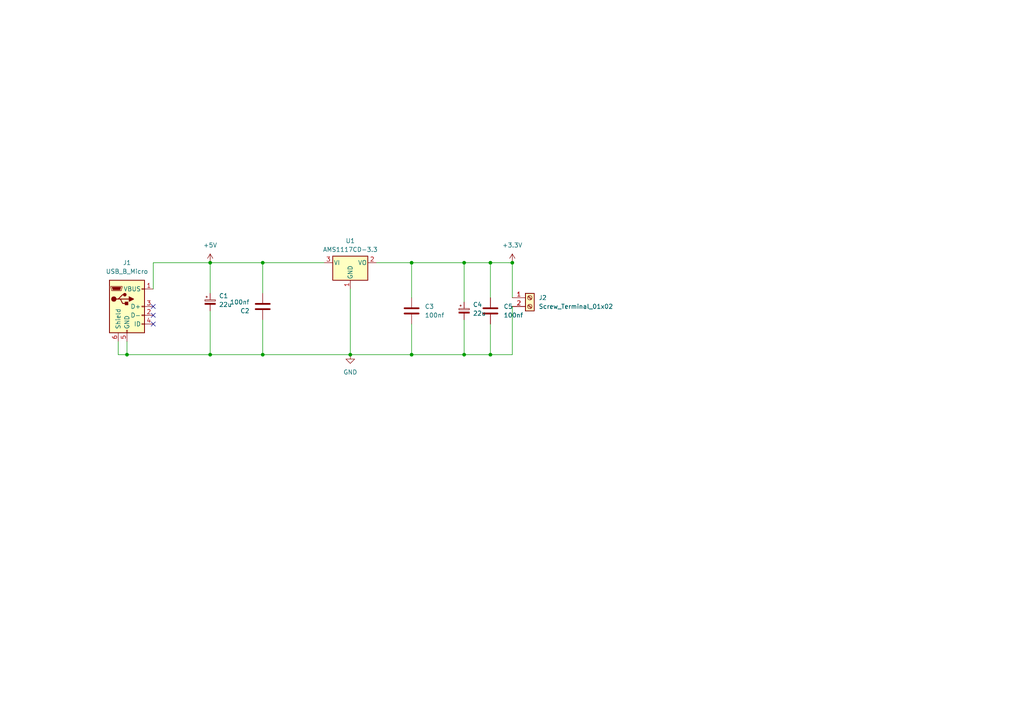
<source format=kicad_sch>
(kicad_sch
	(version 20231120)
	(generator "eeschema")
	(generator_version "8.0")
	(uuid "6f300bb3-c679-41db-8fe4-1f71a3f14406")
	(paper "A4")
	(lib_symbols
		(symbol "Connector:Screw_Terminal_01x02"
			(pin_names
				(offset 1.016) hide)
			(exclude_from_sim no)
			(in_bom yes)
			(on_board yes)
			(property "Reference" "J"
				(at 0 2.54 0)
				(effects
					(font
						(size 1.27 1.27)
					)
				)
			)
			(property "Value" "Screw_Terminal_01x02"
				(at 0 -5.08 0)
				(effects
					(font
						(size 1.27 1.27)
					)
				)
			)
			(property "Footprint" ""
				(at 0 0 0)
				(effects
					(font
						(size 1.27 1.27)
					)
					(hide yes)
				)
			)
			(property "Datasheet" "~"
				(at 0 0 0)
				(effects
					(font
						(size 1.27 1.27)
					)
					(hide yes)
				)
			)
			(property "Description" "Generic screw terminal, single row, 01x02, script generated (kicad-library-utils/schlib/autogen/connector/)"
				(at 0 0 0)
				(effects
					(font
						(size 1.27 1.27)
					)
					(hide yes)
				)
			)
			(property "ki_keywords" "screw terminal"
				(at 0 0 0)
				(effects
					(font
						(size 1.27 1.27)
					)
					(hide yes)
				)
			)
			(property "ki_fp_filters" "TerminalBlock*:*"
				(at 0 0 0)
				(effects
					(font
						(size 1.27 1.27)
					)
					(hide yes)
				)
			)
			(symbol "Screw_Terminal_01x02_1_1"
				(rectangle
					(start -1.27 1.27)
					(end 1.27 -3.81)
					(stroke
						(width 0.254)
						(type default)
					)
					(fill
						(type background)
					)
				)
				(circle
					(center 0 -2.54)
					(radius 0.635)
					(stroke
						(width 0.1524)
						(type default)
					)
					(fill
						(type none)
					)
				)
				(polyline
					(pts
						(xy -0.5334 -2.2098) (xy 0.3302 -3.048)
					)
					(stroke
						(width 0.1524)
						(type default)
					)
					(fill
						(type none)
					)
				)
				(polyline
					(pts
						(xy -0.5334 0.3302) (xy 0.3302 -0.508)
					)
					(stroke
						(width 0.1524)
						(type default)
					)
					(fill
						(type none)
					)
				)
				(polyline
					(pts
						(xy -0.3556 -2.032) (xy 0.508 -2.8702)
					)
					(stroke
						(width 0.1524)
						(type default)
					)
					(fill
						(type none)
					)
				)
				(polyline
					(pts
						(xy -0.3556 0.508) (xy 0.508 -0.3302)
					)
					(stroke
						(width 0.1524)
						(type default)
					)
					(fill
						(type none)
					)
				)
				(circle
					(center 0 0)
					(radius 0.635)
					(stroke
						(width 0.1524)
						(type default)
					)
					(fill
						(type none)
					)
				)
				(pin passive line
					(at -5.08 0 0)
					(length 3.81)
					(name "Pin_1"
						(effects
							(font
								(size 1.27 1.27)
							)
						)
					)
					(number "1"
						(effects
							(font
								(size 1.27 1.27)
							)
						)
					)
				)
				(pin passive line
					(at -5.08 -2.54 0)
					(length 3.81)
					(name "Pin_2"
						(effects
							(font
								(size 1.27 1.27)
							)
						)
					)
					(number "2"
						(effects
							(font
								(size 1.27 1.27)
							)
						)
					)
				)
			)
		)
		(symbol "Connector:USB_B_Micro"
			(pin_names
				(offset 1.016)
			)
			(exclude_from_sim no)
			(in_bom yes)
			(on_board yes)
			(property "Reference" "J"
				(at -5.08 11.43 0)
				(effects
					(font
						(size 1.27 1.27)
					)
					(justify left)
				)
			)
			(property "Value" "USB_B_Micro"
				(at -5.08 8.89 0)
				(effects
					(font
						(size 1.27 1.27)
					)
					(justify left)
				)
			)
			(property "Footprint" ""
				(at 3.81 -1.27 0)
				(effects
					(font
						(size 1.27 1.27)
					)
					(hide yes)
				)
			)
			(property "Datasheet" "~"
				(at 3.81 -1.27 0)
				(effects
					(font
						(size 1.27 1.27)
					)
					(hide yes)
				)
			)
			(property "Description" "USB Micro Type B connector"
				(at 0 0 0)
				(effects
					(font
						(size 1.27 1.27)
					)
					(hide yes)
				)
			)
			(property "ki_keywords" "connector USB micro"
				(at 0 0 0)
				(effects
					(font
						(size 1.27 1.27)
					)
					(hide yes)
				)
			)
			(property "ki_fp_filters" "USB*"
				(at 0 0 0)
				(effects
					(font
						(size 1.27 1.27)
					)
					(hide yes)
				)
			)
			(symbol "USB_B_Micro_0_1"
				(rectangle
					(start -5.08 -7.62)
					(end 5.08 7.62)
					(stroke
						(width 0.254)
						(type default)
					)
					(fill
						(type background)
					)
				)
				(circle
					(center -3.81 2.159)
					(radius 0.635)
					(stroke
						(width 0.254)
						(type default)
					)
					(fill
						(type outline)
					)
				)
				(circle
					(center -0.635 3.429)
					(radius 0.381)
					(stroke
						(width 0.254)
						(type default)
					)
					(fill
						(type outline)
					)
				)
				(rectangle
					(start -0.127 -7.62)
					(end 0.127 -6.858)
					(stroke
						(width 0)
						(type default)
					)
					(fill
						(type none)
					)
				)
				(polyline
					(pts
						(xy -1.905 2.159) (xy 0.635 2.159)
					)
					(stroke
						(width 0.254)
						(type default)
					)
					(fill
						(type none)
					)
				)
				(polyline
					(pts
						(xy -3.175 2.159) (xy -2.54 2.159) (xy -1.27 3.429) (xy -0.635 3.429)
					)
					(stroke
						(width 0.254)
						(type default)
					)
					(fill
						(type none)
					)
				)
				(polyline
					(pts
						(xy -2.54 2.159) (xy -1.905 2.159) (xy -1.27 0.889) (xy 0 0.889)
					)
					(stroke
						(width 0.254)
						(type default)
					)
					(fill
						(type none)
					)
				)
				(polyline
					(pts
						(xy 0.635 2.794) (xy 0.635 1.524) (xy 1.905 2.159) (xy 0.635 2.794)
					)
					(stroke
						(width 0.254)
						(type default)
					)
					(fill
						(type outline)
					)
				)
				(polyline
					(pts
						(xy -4.318 5.588) (xy -1.778 5.588) (xy -2.032 4.826) (xy -4.064 4.826) (xy -4.318 5.588)
					)
					(stroke
						(width 0)
						(type default)
					)
					(fill
						(type outline)
					)
				)
				(polyline
					(pts
						(xy -4.699 5.842) (xy -4.699 5.588) (xy -4.445 4.826) (xy -4.445 4.572) (xy -1.651 4.572) (xy -1.651 4.826)
						(xy -1.397 5.588) (xy -1.397 5.842) (xy -4.699 5.842)
					)
					(stroke
						(width 0)
						(type default)
					)
					(fill
						(type none)
					)
				)
				(rectangle
					(start 0.254 1.27)
					(end -0.508 0.508)
					(stroke
						(width 0.254)
						(type default)
					)
					(fill
						(type outline)
					)
				)
				(rectangle
					(start 5.08 -5.207)
					(end 4.318 -4.953)
					(stroke
						(width 0)
						(type default)
					)
					(fill
						(type none)
					)
				)
				(rectangle
					(start 5.08 -2.667)
					(end 4.318 -2.413)
					(stroke
						(width 0)
						(type default)
					)
					(fill
						(type none)
					)
				)
				(rectangle
					(start 5.08 -0.127)
					(end 4.318 0.127)
					(stroke
						(width 0)
						(type default)
					)
					(fill
						(type none)
					)
				)
				(rectangle
					(start 5.08 4.953)
					(end 4.318 5.207)
					(stroke
						(width 0)
						(type default)
					)
					(fill
						(type none)
					)
				)
			)
			(symbol "USB_B_Micro_1_1"
				(pin power_out line
					(at 7.62 5.08 180)
					(length 2.54)
					(name "VBUS"
						(effects
							(font
								(size 1.27 1.27)
							)
						)
					)
					(number "1"
						(effects
							(font
								(size 1.27 1.27)
							)
						)
					)
				)
				(pin bidirectional line
					(at 7.62 -2.54 180)
					(length 2.54)
					(name "D-"
						(effects
							(font
								(size 1.27 1.27)
							)
						)
					)
					(number "2"
						(effects
							(font
								(size 1.27 1.27)
							)
						)
					)
				)
				(pin bidirectional line
					(at 7.62 0 180)
					(length 2.54)
					(name "D+"
						(effects
							(font
								(size 1.27 1.27)
							)
						)
					)
					(number "3"
						(effects
							(font
								(size 1.27 1.27)
							)
						)
					)
				)
				(pin passive line
					(at 7.62 -5.08 180)
					(length 2.54)
					(name "ID"
						(effects
							(font
								(size 1.27 1.27)
							)
						)
					)
					(number "4"
						(effects
							(font
								(size 1.27 1.27)
							)
						)
					)
				)
				(pin power_out line
					(at 0 -10.16 90)
					(length 2.54)
					(name "GND"
						(effects
							(font
								(size 1.27 1.27)
							)
						)
					)
					(number "5"
						(effects
							(font
								(size 1.27 1.27)
							)
						)
					)
				)
				(pin passive line
					(at -2.54 -10.16 90)
					(length 2.54)
					(name "Shield"
						(effects
							(font
								(size 1.27 1.27)
							)
						)
					)
					(number "6"
						(effects
							(font
								(size 1.27 1.27)
							)
						)
					)
				)
			)
		)
		(symbol "Device:C"
			(pin_numbers hide)
			(pin_names
				(offset 0.254)
			)
			(exclude_from_sim no)
			(in_bom yes)
			(on_board yes)
			(property "Reference" "C"
				(at 0.635 2.54 0)
				(effects
					(font
						(size 1.27 1.27)
					)
					(justify left)
				)
			)
			(property "Value" "C"
				(at 0.635 -2.54 0)
				(effects
					(font
						(size 1.27 1.27)
					)
					(justify left)
				)
			)
			(property "Footprint" ""
				(at 0.9652 -3.81 0)
				(effects
					(font
						(size 1.27 1.27)
					)
					(hide yes)
				)
			)
			(property "Datasheet" "~"
				(at 0 0 0)
				(effects
					(font
						(size 1.27 1.27)
					)
					(hide yes)
				)
			)
			(property "Description" "Unpolarized capacitor"
				(at 0 0 0)
				(effects
					(font
						(size 1.27 1.27)
					)
					(hide yes)
				)
			)
			(property "ki_keywords" "cap capacitor"
				(at 0 0 0)
				(effects
					(font
						(size 1.27 1.27)
					)
					(hide yes)
				)
			)
			(property "ki_fp_filters" "C_*"
				(at 0 0 0)
				(effects
					(font
						(size 1.27 1.27)
					)
					(hide yes)
				)
			)
			(symbol "C_0_1"
				(polyline
					(pts
						(xy -2.032 -0.762) (xy 2.032 -0.762)
					)
					(stroke
						(width 0.508)
						(type default)
					)
					(fill
						(type none)
					)
				)
				(polyline
					(pts
						(xy -2.032 0.762) (xy 2.032 0.762)
					)
					(stroke
						(width 0.508)
						(type default)
					)
					(fill
						(type none)
					)
				)
			)
			(symbol "C_1_1"
				(pin passive line
					(at 0 3.81 270)
					(length 2.794)
					(name "~"
						(effects
							(font
								(size 1.27 1.27)
							)
						)
					)
					(number "1"
						(effects
							(font
								(size 1.27 1.27)
							)
						)
					)
				)
				(pin passive line
					(at 0 -3.81 90)
					(length 2.794)
					(name "~"
						(effects
							(font
								(size 1.27 1.27)
							)
						)
					)
					(number "2"
						(effects
							(font
								(size 1.27 1.27)
							)
						)
					)
				)
			)
		)
		(symbol "Device:C_Polarized_Small"
			(pin_numbers hide)
			(pin_names
				(offset 0.254) hide)
			(exclude_from_sim no)
			(in_bom yes)
			(on_board yes)
			(property "Reference" "C"
				(at 0.254 1.778 0)
				(effects
					(font
						(size 1.27 1.27)
					)
					(justify left)
				)
			)
			(property "Value" "C_Polarized_Small"
				(at 0.254 -2.032 0)
				(effects
					(font
						(size 1.27 1.27)
					)
					(justify left)
				)
			)
			(property "Footprint" ""
				(at 0 0 0)
				(effects
					(font
						(size 1.27 1.27)
					)
					(hide yes)
				)
			)
			(property "Datasheet" "~"
				(at 0 0 0)
				(effects
					(font
						(size 1.27 1.27)
					)
					(hide yes)
				)
			)
			(property "Description" "Polarized capacitor, small symbol"
				(at 0 0 0)
				(effects
					(font
						(size 1.27 1.27)
					)
					(hide yes)
				)
			)
			(property "ki_keywords" "cap capacitor"
				(at 0 0 0)
				(effects
					(font
						(size 1.27 1.27)
					)
					(hide yes)
				)
			)
			(property "ki_fp_filters" "CP_*"
				(at 0 0 0)
				(effects
					(font
						(size 1.27 1.27)
					)
					(hide yes)
				)
			)
			(symbol "C_Polarized_Small_0_1"
				(rectangle
					(start -1.524 -0.3048)
					(end 1.524 -0.6858)
					(stroke
						(width 0)
						(type default)
					)
					(fill
						(type outline)
					)
				)
				(rectangle
					(start -1.524 0.6858)
					(end 1.524 0.3048)
					(stroke
						(width 0)
						(type default)
					)
					(fill
						(type none)
					)
				)
				(polyline
					(pts
						(xy -1.27 1.524) (xy -0.762 1.524)
					)
					(stroke
						(width 0)
						(type default)
					)
					(fill
						(type none)
					)
				)
				(polyline
					(pts
						(xy -1.016 1.27) (xy -1.016 1.778)
					)
					(stroke
						(width 0)
						(type default)
					)
					(fill
						(type none)
					)
				)
			)
			(symbol "C_Polarized_Small_1_1"
				(pin passive line
					(at 0 2.54 270)
					(length 1.8542)
					(name "~"
						(effects
							(font
								(size 1.27 1.27)
							)
						)
					)
					(number "1"
						(effects
							(font
								(size 1.27 1.27)
							)
						)
					)
				)
				(pin passive line
					(at 0 -2.54 90)
					(length 1.8542)
					(name "~"
						(effects
							(font
								(size 1.27 1.27)
							)
						)
					)
					(number "2"
						(effects
							(font
								(size 1.27 1.27)
							)
						)
					)
				)
			)
		)
		(symbol "Regulator_Linear:AMS1117CD-3.3"
			(pin_names
				(offset 0.254)
			)
			(exclude_from_sim no)
			(in_bom yes)
			(on_board yes)
			(property "Reference" "U"
				(at -3.81 3.175 0)
				(effects
					(font
						(size 1.27 1.27)
					)
				)
			)
			(property "Value" "AMS1117CD-3.3"
				(at 0 3.175 0)
				(effects
					(font
						(size 1.27 1.27)
					)
					(justify left)
				)
			)
			(property "Footprint" "Package_TO_SOT_SMD:TO-252-3_TabPin2"
				(at 0 5.08 0)
				(effects
					(font
						(size 1.27 1.27)
					)
					(hide yes)
				)
			)
			(property "Datasheet" "http://www.advanced-monolithic.com/pdf/ds1117.pdf"
				(at 2.54 -6.35 0)
				(effects
					(font
						(size 1.27 1.27)
					)
					(hide yes)
				)
			)
			(property "Description" "1A Low Dropout regulator, positive, 3.3V fixed output, TO-252"
				(at 0 0 0)
				(effects
					(font
						(size 1.27 1.27)
					)
					(hide yes)
				)
			)
			(property "ki_keywords" "linear regulator ldo fixed positive"
				(at 0 0 0)
				(effects
					(font
						(size 1.27 1.27)
					)
					(hide yes)
				)
			)
			(property "ki_fp_filters" "TO?252*TabPin2*"
				(at 0 0 0)
				(effects
					(font
						(size 1.27 1.27)
					)
					(hide yes)
				)
			)
			(symbol "AMS1117CD-3.3_0_1"
				(rectangle
					(start -5.08 -5.08)
					(end 5.08 1.905)
					(stroke
						(width 0.254)
						(type default)
					)
					(fill
						(type background)
					)
				)
			)
			(symbol "AMS1117CD-3.3_1_1"
				(pin power_in line
					(at 0 -7.62 90)
					(length 2.54)
					(name "GND"
						(effects
							(font
								(size 1.27 1.27)
							)
						)
					)
					(number "1"
						(effects
							(font
								(size 1.27 1.27)
							)
						)
					)
				)
				(pin power_out line
					(at 7.62 0 180)
					(length 2.54)
					(name "VO"
						(effects
							(font
								(size 1.27 1.27)
							)
						)
					)
					(number "2"
						(effects
							(font
								(size 1.27 1.27)
							)
						)
					)
				)
				(pin power_in line
					(at -7.62 0 0)
					(length 2.54)
					(name "VI"
						(effects
							(font
								(size 1.27 1.27)
							)
						)
					)
					(number "3"
						(effects
							(font
								(size 1.27 1.27)
							)
						)
					)
				)
			)
		)
		(symbol "power:+3.3V"
			(power)
			(pin_numbers hide)
			(pin_names
				(offset 0) hide)
			(exclude_from_sim no)
			(in_bom yes)
			(on_board yes)
			(property "Reference" "#PWR"
				(at 0 -3.81 0)
				(effects
					(font
						(size 1.27 1.27)
					)
					(hide yes)
				)
			)
			(property "Value" "+3.3V"
				(at 0 3.556 0)
				(effects
					(font
						(size 1.27 1.27)
					)
				)
			)
			(property "Footprint" ""
				(at 0 0 0)
				(effects
					(font
						(size 1.27 1.27)
					)
					(hide yes)
				)
			)
			(property "Datasheet" ""
				(at 0 0 0)
				(effects
					(font
						(size 1.27 1.27)
					)
					(hide yes)
				)
			)
			(property "Description" "Power symbol creates a global label with name \"+3.3V\""
				(at 0 0 0)
				(effects
					(font
						(size 1.27 1.27)
					)
					(hide yes)
				)
			)
			(property "ki_keywords" "global power"
				(at 0 0 0)
				(effects
					(font
						(size 1.27 1.27)
					)
					(hide yes)
				)
			)
			(symbol "+3.3V_0_1"
				(polyline
					(pts
						(xy -0.762 1.27) (xy 0 2.54)
					)
					(stroke
						(width 0)
						(type default)
					)
					(fill
						(type none)
					)
				)
				(polyline
					(pts
						(xy 0 0) (xy 0 2.54)
					)
					(stroke
						(width 0)
						(type default)
					)
					(fill
						(type none)
					)
				)
				(polyline
					(pts
						(xy 0 2.54) (xy 0.762 1.27)
					)
					(stroke
						(width 0)
						(type default)
					)
					(fill
						(type none)
					)
				)
			)
			(symbol "+3.3V_1_1"
				(pin power_in line
					(at 0 0 90)
					(length 0)
					(name "~"
						(effects
							(font
								(size 1.27 1.27)
							)
						)
					)
					(number "1"
						(effects
							(font
								(size 1.27 1.27)
							)
						)
					)
				)
			)
		)
		(symbol "power:+5V"
			(power)
			(pin_numbers hide)
			(pin_names
				(offset 0) hide)
			(exclude_from_sim no)
			(in_bom yes)
			(on_board yes)
			(property "Reference" "#PWR"
				(at 0 -3.81 0)
				(effects
					(font
						(size 1.27 1.27)
					)
					(hide yes)
				)
			)
			(property "Value" "+5V"
				(at 0 3.556 0)
				(effects
					(font
						(size 1.27 1.27)
					)
				)
			)
			(property "Footprint" ""
				(at 0 0 0)
				(effects
					(font
						(size 1.27 1.27)
					)
					(hide yes)
				)
			)
			(property "Datasheet" ""
				(at 0 0 0)
				(effects
					(font
						(size 1.27 1.27)
					)
					(hide yes)
				)
			)
			(property "Description" "Power symbol creates a global label with name \"+5V\""
				(at 0 0 0)
				(effects
					(font
						(size 1.27 1.27)
					)
					(hide yes)
				)
			)
			(property "ki_keywords" "global power"
				(at 0 0 0)
				(effects
					(font
						(size 1.27 1.27)
					)
					(hide yes)
				)
			)
			(symbol "+5V_0_1"
				(polyline
					(pts
						(xy -0.762 1.27) (xy 0 2.54)
					)
					(stroke
						(width 0)
						(type default)
					)
					(fill
						(type none)
					)
				)
				(polyline
					(pts
						(xy 0 0) (xy 0 2.54)
					)
					(stroke
						(width 0)
						(type default)
					)
					(fill
						(type none)
					)
				)
				(polyline
					(pts
						(xy 0 2.54) (xy 0.762 1.27)
					)
					(stroke
						(width 0)
						(type default)
					)
					(fill
						(type none)
					)
				)
			)
			(symbol "+5V_1_1"
				(pin power_in line
					(at 0 0 90)
					(length 0)
					(name "~"
						(effects
							(font
								(size 1.27 1.27)
							)
						)
					)
					(number "1"
						(effects
							(font
								(size 1.27 1.27)
							)
						)
					)
				)
			)
		)
		(symbol "power:GND"
			(power)
			(pin_numbers hide)
			(pin_names
				(offset 0) hide)
			(exclude_from_sim no)
			(in_bom yes)
			(on_board yes)
			(property "Reference" "#PWR"
				(at 0 -6.35 0)
				(effects
					(font
						(size 1.27 1.27)
					)
					(hide yes)
				)
			)
			(property "Value" "GND"
				(at 0 -3.81 0)
				(effects
					(font
						(size 1.27 1.27)
					)
				)
			)
			(property "Footprint" ""
				(at 0 0 0)
				(effects
					(font
						(size 1.27 1.27)
					)
					(hide yes)
				)
			)
			(property "Datasheet" ""
				(at 0 0 0)
				(effects
					(font
						(size 1.27 1.27)
					)
					(hide yes)
				)
			)
			(property "Description" "Power symbol creates a global label with name \"GND\" , ground"
				(at 0 0 0)
				(effects
					(font
						(size 1.27 1.27)
					)
					(hide yes)
				)
			)
			(property "ki_keywords" "global power"
				(at 0 0 0)
				(effects
					(font
						(size 1.27 1.27)
					)
					(hide yes)
				)
			)
			(symbol "GND_0_1"
				(polyline
					(pts
						(xy 0 0) (xy 0 -1.27) (xy 1.27 -1.27) (xy 0 -2.54) (xy -1.27 -1.27) (xy 0 -1.27)
					)
					(stroke
						(width 0)
						(type default)
					)
					(fill
						(type none)
					)
				)
			)
			(symbol "GND_1_1"
				(pin power_in line
					(at 0 0 270)
					(length 0)
					(name "~"
						(effects
							(font
								(size 1.27 1.27)
							)
						)
					)
					(number "1"
						(effects
							(font
								(size 1.27 1.27)
							)
						)
					)
				)
			)
		)
	)
	(junction
		(at 142.24 76.2)
		(diameter 0)
		(color 0 0 0 0)
		(uuid "088d567d-0cad-41fc-9243-c5553d24ae8e")
	)
	(junction
		(at 142.24 102.87)
		(diameter 0)
		(color 0 0 0 0)
		(uuid "1fef2c8b-493c-459c-a079-0272472b0a03")
	)
	(junction
		(at 134.62 76.2)
		(diameter 0)
		(color 0 0 0 0)
		(uuid "3428e807-56c3-4f0f-b400-09a866a06796")
	)
	(junction
		(at 101.6 102.87)
		(diameter 0)
		(color 0 0 0 0)
		(uuid "40317faf-c2fb-43d2-9dfb-a24e448b808e")
	)
	(junction
		(at 76.2 102.87)
		(diameter 0)
		(color 0 0 0 0)
		(uuid "46a9a5a6-4b34-46d6-9857-9f30e07199ef")
	)
	(junction
		(at 60.96 102.87)
		(diameter 0)
		(color 0 0 0 0)
		(uuid "55de4d04-a5bb-4ba8-aec3-94493ab69e58")
	)
	(junction
		(at 134.62 102.87)
		(diameter 0)
		(color 0 0 0 0)
		(uuid "59e2b971-4886-462c-8868-55fcf08e20b8")
	)
	(junction
		(at 148.59 76.2)
		(diameter 0)
		(color 0 0 0 0)
		(uuid "5cde6b19-adce-4e21-865b-aafd3e65123e")
	)
	(junction
		(at 119.38 76.2)
		(diameter 0)
		(color 0 0 0 0)
		(uuid "6de0d98a-430c-4e5f-a64f-fcfee2a8f679")
	)
	(junction
		(at 119.38 102.87)
		(diameter 0)
		(color 0 0 0 0)
		(uuid "6fa51bf3-b2cd-4315-9805-786d7d0265c9")
	)
	(junction
		(at 60.96 76.2)
		(diameter 0)
		(color 0 0 0 0)
		(uuid "7590f5f8-068d-48f0-86ca-91b18754b3e7")
	)
	(junction
		(at 76.2 76.2)
		(diameter 0)
		(color 0 0 0 0)
		(uuid "b3e10c6f-d2e8-451f-a2a2-0ec477aa518f")
	)
	(junction
		(at 36.83 102.87)
		(diameter 0)
		(color 0 0 0 0)
		(uuid "c75fc70e-222c-4501-885b-9f333dca0694")
	)
	(no_connect
		(at 44.45 88.9)
		(uuid "21c2afd9-ba36-462f-9c41-296230dc7f86")
	)
	(no_connect
		(at 44.45 93.98)
		(uuid "a66dcf5f-6722-4c6c-9d0f-2be16ac21381")
	)
	(no_connect
		(at 44.45 91.44)
		(uuid "f38023ff-d680-4f8c-9ca9-1a398f272de3")
	)
	(wire
		(pts
			(xy 119.38 93.98) (xy 119.38 102.87)
		)
		(stroke
			(width 0)
			(type default)
		)
		(uuid "0f570850-65cc-47c4-ab85-d0ced7912dea")
	)
	(wire
		(pts
			(xy 101.6 83.82) (xy 101.6 102.87)
		)
		(stroke
			(width 0)
			(type default)
		)
		(uuid "153e6571-70e5-4d44-a65a-d2f3bc0a7d30")
	)
	(wire
		(pts
			(xy 76.2 92.71) (xy 76.2 102.87)
		)
		(stroke
			(width 0)
			(type default)
		)
		(uuid "1c00d916-dcfc-4f62-972a-f68b6d8dd9c6")
	)
	(wire
		(pts
			(xy 119.38 86.36) (xy 119.38 76.2)
		)
		(stroke
			(width 0)
			(type default)
		)
		(uuid "2522b80b-e05c-4ca3-8e7e-bf3ad2ee1050")
	)
	(wire
		(pts
			(xy 119.38 76.2) (xy 134.62 76.2)
		)
		(stroke
			(width 0)
			(type default)
		)
		(uuid "26c9a563-5dcb-4c41-8fd1-536f88f14bd7")
	)
	(wire
		(pts
			(xy 76.2 76.2) (xy 93.98 76.2)
		)
		(stroke
			(width 0)
			(type default)
		)
		(uuid "35b9900a-df7e-4d44-a600-d8f0c92b3ced")
	)
	(wire
		(pts
			(xy 148.59 86.36) (xy 148.59 76.2)
		)
		(stroke
			(width 0)
			(type default)
		)
		(uuid "485718bc-e0de-4792-b012-afd99dadd63b")
	)
	(wire
		(pts
			(xy 36.83 99.06) (xy 36.83 102.87)
		)
		(stroke
			(width 0)
			(type default)
		)
		(uuid "5d492186-7329-438d-8112-a016f3301cc6")
	)
	(wire
		(pts
			(xy 60.96 76.2) (xy 76.2 76.2)
		)
		(stroke
			(width 0)
			(type default)
		)
		(uuid "6ee2e06e-5865-4bab-a2b7-93b455d98529")
	)
	(wire
		(pts
			(xy 148.59 102.87) (xy 142.24 102.87)
		)
		(stroke
			(width 0)
			(type default)
		)
		(uuid "6efd541a-23c9-476c-b348-1124052e5953")
	)
	(wire
		(pts
			(xy 134.62 92.71) (xy 134.62 102.87)
		)
		(stroke
			(width 0)
			(type default)
		)
		(uuid "7a5655b8-fb22-48da-8a28-ee9be52c21ad")
	)
	(wire
		(pts
			(xy 34.29 99.06) (xy 34.29 102.87)
		)
		(stroke
			(width 0)
			(type default)
		)
		(uuid "7f0f29a3-fcd9-4033-91a7-1f3fc024c4a1")
	)
	(wire
		(pts
			(xy 44.45 83.82) (xy 44.45 76.2)
		)
		(stroke
			(width 0)
			(type default)
		)
		(uuid "816b0395-b21d-4a87-b4bc-1db2fb7cffda")
	)
	(wire
		(pts
			(xy 148.59 88.9) (xy 148.59 102.87)
		)
		(stroke
			(width 0)
			(type default)
		)
		(uuid "8f57b136-3652-4680-9d66-720e976c6439")
	)
	(wire
		(pts
			(xy 134.62 87.63) (xy 134.62 76.2)
		)
		(stroke
			(width 0)
			(type default)
		)
		(uuid "91cdfb89-b116-4071-9155-cf3576394c23")
	)
	(wire
		(pts
			(xy 76.2 85.09) (xy 76.2 76.2)
		)
		(stroke
			(width 0)
			(type default)
		)
		(uuid "9241b5fa-c4af-48d9-a83c-1b8ece2f2dd2")
	)
	(wire
		(pts
			(xy 109.22 76.2) (xy 119.38 76.2)
		)
		(stroke
			(width 0)
			(type default)
		)
		(uuid "ad53e018-0d2d-4d1e-9b9a-72cde516f777")
	)
	(wire
		(pts
			(xy 142.24 76.2) (xy 134.62 76.2)
		)
		(stroke
			(width 0)
			(type default)
		)
		(uuid "b34b1e83-7bbd-45f9-a67a-a235cb9f2bad")
	)
	(wire
		(pts
			(xy 44.45 76.2) (xy 60.96 76.2)
		)
		(stroke
			(width 0)
			(type default)
		)
		(uuid "b9537fd7-4377-4c46-b694-364e8c498537")
	)
	(wire
		(pts
			(xy 60.96 85.09) (xy 60.96 76.2)
		)
		(stroke
			(width 0)
			(type default)
		)
		(uuid "ba0c43e0-929c-4311-aea5-cf8e09353b13")
	)
	(wire
		(pts
			(xy 142.24 102.87) (xy 134.62 102.87)
		)
		(stroke
			(width 0)
			(type default)
		)
		(uuid "bbbc153c-f47e-4019-8041-7ff82592b219")
	)
	(wire
		(pts
			(xy 36.83 102.87) (xy 60.96 102.87)
		)
		(stroke
			(width 0)
			(type default)
		)
		(uuid "cdd29910-dcf7-472b-af81-839013fefc9e")
	)
	(wire
		(pts
			(xy 76.2 102.87) (xy 101.6 102.87)
		)
		(stroke
			(width 0)
			(type default)
		)
		(uuid "cfe1dc22-47fa-40ad-81d3-3b9d33f63c60")
	)
	(wire
		(pts
			(xy 76.2 102.87) (xy 60.96 102.87)
		)
		(stroke
			(width 0)
			(type default)
		)
		(uuid "d2171209-658e-424f-a593-5bfb4d981d9b")
	)
	(wire
		(pts
			(xy 34.29 102.87) (xy 36.83 102.87)
		)
		(stroke
			(width 0)
			(type default)
		)
		(uuid "dfa5b74b-c84d-45d9-bf77-4ebd6403f923")
	)
	(wire
		(pts
			(xy 142.24 86.36) (xy 142.24 76.2)
		)
		(stroke
			(width 0)
			(type default)
		)
		(uuid "e1c89d61-4b5c-4bca-8be1-8b1db0d45aab")
	)
	(wire
		(pts
			(xy 60.96 90.17) (xy 60.96 102.87)
		)
		(stroke
			(width 0)
			(type default)
		)
		(uuid "e55dfb4e-d195-4c79-8688-7edd2867ae89")
	)
	(wire
		(pts
			(xy 148.59 76.2) (xy 142.24 76.2)
		)
		(stroke
			(width 0)
			(type default)
		)
		(uuid "f2d43291-867b-45a4-87c8-b7a9e99ee094")
	)
	(wire
		(pts
			(xy 142.24 93.98) (xy 142.24 102.87)
		)
		(stroke
			(width 0)
			(type default)
		)
		(uuid "f5352682-fd27-45e7-b262-c0c051da5785")
	)
	(wire
		(pts
			(xy 134.62 102.87) (xy 119.38 102.87)
		)
		(stroke
			(width 0)
			(type default)
		)
		(uuid "f6397e9f-1028-4b7e-ad1c-e4ddb253cab0")
	)
	(wire
		(pts
			(xy 119.38 102.87) (xy 101.6 102.87)
		)
		(stroke
			(width 0)
			(type default)
		)
		(uuid "f9583779-3417-4ae2-828f-c86823b19bc7")
	)
	(symbol
		(lib_id "Device:C")
		(at 142.24 90.17 0)
		(unit 1)
		(exclude_from_sim no)
		(in_bom yes)
		(on_board yes)
		(dnp no)
		(fields_autoplaced yes)
		(uuid "082c1553-c0fe-4667-90cf-0194cb267bb2")
		(property "Reference" "C5"
			(at 146.05 88.8999 0)
			(effects
				(font
					(size 1.27 1.27)
				)
				(justify left)
			)
		)
		(property "Value" "100nf"
			(at 146.05 91.4399 0)
			(effects
				(font
					(size 1.27 1.27)
				)
				(justify left)
			)
		)
		(property "Footprint" "Capacitor_SMD:CP_Elec_6.3x5.7"
			(at 143.2052 93.98 0)
			(effects
				(font
					(size 1.27 1.27)
				)
				(hide yes)
			)
		)
		(property "Datasheet" "~"
			(at 142.24 90.17 0)
			(effects
				(font
					(size 1.27 1.27)
				)
				(hide yes)
			)
		)
		(property "Description" "Unpolarized capacitor"
			(at 142.24 90.17 0)
			(effects
				(font
					(size 1.27 1.27)
				)
				(hide yes)
			)
		)
		(pin "1"
			(uuid "332822d8-3084-44cd-a47f-cc70d655d7c0")
		)
		(pin "2"
			(uuid "3d11123a-dc44-4ce8-bfd5-914790f96416")
		)
		(instances
			(project "5v_3v_regulator_circuit"
				(path "/6f300bb3-c679-41db-8fe4-1f71a3f14406"
					(reference "C5")
					(unit 1)
				)
			)
		)
	)
	(symbol
		(lib_id "Connector:USB_B_Micro")
		(at 36.83 88.9 0)
		(unit 1)
		(exclude_from_sim no)
		(in_bom yes)
		(on_board yes)
		(dnp no)
		(fields_autoplaced yes)
		(uuid "0efd4a81-eba6-4539-b383-9ce838d3be61")
		(property "Reference" "J1"
			(at 36.83 76.2 0)
			(effects
				(font
					(size 1.27 1.27)
				)
			)
		)
		(property "Value" "USB_B_Micro"
			(at 36.83 78.74 0)
			(effects
				(font
					(size 1.27 1.27)
				)
			)
		)
		(property "Footprint" "Connector_USB:USB_Micro-B_Amphenol_10118194-0001LF_Horizontal"
			(at 40.64 90.17 0)
			(effects
				(font
					(size 1.27 1.27)
				)
				(hide yes)
			)
		)
		(property "Datasheet" "~"
			(at 40.64 90.17 0)
			(effects
				(font
					(size 1.27 1.27)
				)
				(hide yes)
			)
		)
		(property "Description" "USB Micro Type B connector"
			(at 36.83 88.9 0)
			(effects
				(font
					(size 1.27 1.27)
				)
				(hide yes)
			)
		)
		(pin "4"
			(uuid "d28b5d1b-7eae-4c2e-97e9-859e10129099")
		)
		(pin "1"
			(uuid "8513919e-ac44-465a-8076-b26ece377f6b")
		)
		(pin "3"
			(uuid "72fcbe96-4808-4197-bca6-0dc4ba7752a3")
		)
		(pin "5"
			(uuid "23cddcbc-25b3-4a8a-b441-c60ff4c7b74a")
		)
		(pin "2"
			(uuid "ba3416a3-cf5a-4463-9ecc-7471016be48c")
		)
		(pin "6"
			(uuid "3920f331-cc6b-425d-9aa4-21987e5d014f")
		)
		(instances
			(project ""
				(path "/6f300bb3-c679-41db-8fe4-1f71a3f14406"
					(reference "J1")
					(unit 1)
				)
			)
		)
	)
	(symbol
		(lib_id "Regulator_Linear:AMS1117CD-3.3")
		(at 101.6 76.2 0)
		(unit 1)
		(exclude_from_sim no)
		(in_bom yes)
		(on_board yes)
		(dnp no)
		(fields_autoplaced yes)
		(uuid "37974b08-a2b3-4b3b-8abd-a7bfa888d858")
		(property "Reference" "U1"
			(at 101.6 69.85 0)
			(effects
				(font
					(size 1.27 1.27)
				)
			)
		)
		(property "Value" "AMS1117CD-3.3"
			(at 101.6 72.39 0)
			(effects
				(font
					(size 1.27 1.27)
				)
			)
		)
		(property "Footprint" "Package_TO_SOT_SMD:TO-252-3_TabPin2"
			(at 101.6 71.12 0)
			(effects
				(font
					(size 1.27 1.27)
				)
				(hide yes)
			)
		)
		(property "Datasheet" "http://www.advanced-monolithic.com/pdf/ds1117.pdf"
			(at 104.14 82.55 0)
			(effects
				(font
					(size 1.27 1.27)
				)
				(hide yes)
			)
		)
		(property "Description" "1A Low Dropout regulator, positive, 3.3V fixed output, TO-252"
			(at 101.6 76.2 0)
			(effects
				(font
					(size 1.27 1.27)
				)
				(hide yes)
			)
		)
		(pin "1"
			(uuid "049bcfc0-3050-4143-8674-5c8f4ec1b2a1")
		)
		(pin "2"
			(uuid "d2a5e8fe-8836-4fd5-95a6-b6857b765c47")
		)
		(pin "3"
			(uuid "4111d197-f2e0-4e18-8a03-69b1b74baf9b")
		)
		(instances
			(project ""
				(path "/6f300bb3-c679-41db-8fe4-1f71a3f14406"
					(reference "U1")
					(unit 1)
				)
			)
		)
	)
	(symbol
		(lib_id "Connector:Screw_Terminal_01x02")
		(at 153.67 86.36 0)
		(unit 1)
		(exclude_from_sim no)
		(in_bom yes)
		(on_board yes)
		(dnp no)
		(fields_autoplaced yes)
		(uuid "4962294f-c42a-499e-9989-b4f178c318a0")
		(property "Reference" "J2"
			(at 156.21 86.3599 0)
			(effects
				(font
					(size 1.27 1.27)
				)
				(justify left)
			)
		)
		(property "Value" "Screw_Terminal_01x02"
			(at 156.21 88.8999 0)
			(effects
				(font
					(size 1.27 1.27)
				)
				(justify left)
			)
		)
		(property "Footprint" "TerminalBlock_Phoenix:TerminalBlock_Phoenix_MKDS-1,5-2-5.08_1x02_P5.08mm_Horizontal"
			(at 153.67 86.36 0)
			(effects
				(font
					(size 1.27 1.27)
				)
				(hide yes)
			)
		)
		(property "Datasheet" "~"
			(at 153.67 86.36 0)
			(effects
				(font
					(size 1.27 1.27)
				)
				(hide yes)
			)
		)
		(property "Description" "Generic screw terminal, single row, 01x02, script generated (kicad-library-utils/schlib/autogen/connector/)"
			(at 153.67 86.36 0)
			(effects
				(font
					(size 1.27 1.27)
				)
				(hide yes)
			)
		)
		(pin "2"
			(uuid "f2fe18e9-27c6-41a7-8ac5-fd713243f3dd")
		)
		(pin "1"
			(uuid "e8c64c5a-f0b9-4323-94cd-67a9ecc9e885")
		)
		(instances
			(project ""
				(path "/6f300bb3-c679-41db-8fe4-1f71a3f14406"
					(reference "J2")
					(unit 1)
				)
			)
		)
	)
	(symbol
		(lib_id "Device:C")
		(at 119.38 90.17 0)
		(unit 1)
		(exclude_from_sim no)
		(in_bom yes)
		(on_board yes)
		(dnp no)
		(fields_autoplaced yes)
		(uuid "73d3542e-f486-4020-a350-3e3b299150cc")
		(property "Reference" "C3"
			(at 123.19 88.8999 0)
			(effects
				(font
					(size 1.27 1.27)
				)
				(justify left)
			)
		)
		(property "Value" "100nf"
			(at 123.19 91.4399 0)
			(effects
				(font
					(size 1.27 1.27)
				)
				(justify left)
			)
		)
		(property "Footprint" "Capacitor_SMD:CP_Elec_6.3x5.7"
			(at 120.3452 93.98 0)
			(effects
				(font
					(size 1.27 1.27)
				)
				(hide yes)
			)
		)
		(property "Datasheet" "~"
			(at 119.38 90.17 0)
			(effects
				(font
					(size 1.27 1.27)
				)
				(hide yes)
			)
		)
		(property "Description" "Unpolarized capacitor"
			(at 119.38 90.17 0)
			(effects
				(font
					(size 1.27 1.27)
				)
				(hide yes)
			)
		)
		(pin "1"
			(uuid "f904ec75-41e2-40d9-a18e-ade61ea44090")
		)
		(pin "2"
			(uuid "bdbf6c1a-cb47-45af-b181-33f491642071")
		)
		(instances
			(project ""
				(path "/6f300bb3-c679-41db-8fe4-1f71a3f14406"
					(reference "C3")
					(unit 1)
				)
			)
		)
	)
	(symbol
		(lib_id "Device:C")
		(at 76.2 88.9 180)
		(unit 1)
		(exclude_from_sim no)
		(in_bom yes)
		(on_board yes)
		(dnp no)
		(fields_autoplaced yes)
		(uuid "755e1a83-240e-4463-8393-a9f1ead0ff3e")
		(property "Reference" "C2"
			(at 72.39 90.1701 0)
			(effects
				(font
					(size 1.27 1.27)
				)
				(justify left)
			)
		)
		(property "Value" "100nf"
			(at 72.39 87.6301 0)
			(effects
				(font
					(size 1.27 1.27)
				)
				(justify left)
			)
		)
		(property "Footprint" "Capacitor_SMD:CP_Elec_6.3x5.7"
			(at 75.2348 85.09 0)
			(effects
				(font
					(size 1.27 1.27)
				)
				(hide yes)
			)
		)
		(property "Datasheet" "~"
			(at 76.2 88.9 0)
			(effects
				(font
					(size 1.27 1.27)
				)
				(hide yes)
			)
		)
		(property "Description" "Unpolarized capacitor"
			(at 76.2 88.9 0)
			(effects
				(font
					(size 1.27 1.27)
				)
				(hide yes)
			)
		)
		(pin "1"
			(uuid "bf3bebf4-d6d5-4bec-a817-dcb54f944254")
		)
		(pin "2"
			(uuid "3a2bb54b-3cbb-43d4-87ec-cddfe41c7c97")
		)
		(instances
			(project "5v_3v_regulator_circuit"
				(path "/6f300bb3-c679-41db-8fe4-1f71a3f14406"
					(reference "C2")
					(unit 1)
				)
			)
		)
	)
	(symbol
		(lib_id "Device:C_Polarized_Small")
		(at 134.62 90.17 0)
		(unit 1)
		(exclude_from_sim no)
		(in_bom yes)
		(on_board yes)
		(dnp no)
		(fields_autoplaced yes)
		(uuid "81963e03-c674-472f-bfe8-31f8177afe37")
		(property "Reference" "C4"
			(at 137.16 88.3538 0)
			(effects
				(font
					(size 1.27 1.27)
				)
				(justify left)
			)
		)
		(property "Value" "22u"
			(at 137.16 90.8938 0)
			(effects
				(font
					(size 1.27 1.27)
				)
				(justify left)
			)
		)
		(property "Footprint" "Capacitor_SMD:C_01005_0402Metric"
			(at 134.62 90.17 0)
			(effects
				(font
					(size 1.27 1.27)
				)
				(hide yes)
			)
		)
		(property "Datasheet" "~"
			(at 134.62 90.17 0)
			(effects
				(font
					(size 1.27 1.27)
				)
				(hide yes)
			)
		)
		(property "Description" "Polarized capacitor, small symbol"
			(at 134.62 90.17 0)
			(effects
				(font
					(size 1.27 1.27)
				)
				(hide yes)
			)
		)
		(pin "1"
			(uuid "27b6f4ca-2365-4a83-92aa-2ee202b1b58e")
		)
		(pin "2"
			(uuid "bea9b26f-7a38-453b-b2b1-0ab9632fd6de")
		)
		(instances
			(project ""
				(path "/6f300bb3-c679-41db-8fe4-1f71a3f14406"
					(reference "C4")
					(unit 1)
				)
			)
		)
	)
	(symbol
		(lib_id "power:+3.3V")
		(at 148.59 76.2 0)
		(unit 1)
		(exclude_from_sim no)
		(in_bom yes)
		(on_board yes)
		(dnp no)
		(fields_autoplaced yes)
		(uuid "8e385046-1b74-455b-89cd-662dd79dc1e6")
		(property "Reference" "#PWR03"
			(at 148.59 80.01 0)
			(effects
				(font
					(size 1.27 1.27)
				)
				(hide yes)
			)
		)
		(property "Value" "+3.3V"
			(at 148.59 71.12 0)
			(effects
				(font
					(size 1.27 1.27)
				)
			)
		)
		(property "Footprint" ""
			(at 148.59 76.2 0)
			(effects
				(font
					(size 1.27 1.27)
				)
				(hide yes)
			)
		)
		(property "Datasheet" ""
			(at 148.59 76.2 0)
			(effects
				(font
					(size 1.27 1.27)
				)
				(hide yes)
			)
		)
		(property "Description" "Power symbol creates a global label with name \"+3.3V\""
			(at 148.59 76.2 0)
			(effects
				(font
					(size 1.27 1.27)
				)
				(hide yes)
			)
		)
		(pin "1"
			(uuid "0892ea4c-20de-4df0-9238-da95ef9f90d2")
		)
		(instances
			(project ""
				(path "/6f300bb3-c679-41db-8fe4-1f71a3f14406"
					(reference "#PWR03")
					(unit 1)
				)
			)
		)
	)
	(symbol
		(lib_id "power:GND")
		(at 101.6 102.87 0)
		(unit 1)
		(exclude_from_sim no)
		(in_bom yes)
		(on_board yes)
		(dnp no)
		(fields_autoplaced yes)
		(uuid "c4de79f2-0bcb-4630-9c43-771647f7048b")
		(property "Reference" "#PWR02"
			(at 101.6 109.22 0)
			(effects
				(font
					(size 1.27 1.27)
				)
				(hide yes)
			)
		)
		(property "Value" "GND"
			(at 101.6 107.95 0)
			(effects
				(font
					(size 1.27 1.27)
				)
			)
		)
		(property "Footprint" ""
			(at 101.6 102.87 0)
			(effects
				(font
					(size 1.27 1.27)
				)
				(hide yes)
			)
		)
		(property "Datasheet" ""
			(at 101.6 102.87 0)
			(effects
				(font
					(size 1.27 1.27)
				)
				(hide yes)
			)
		)
		(property "Description" "Power symbol creates a global label with name \"GND\" , ground"
			(at 101.6 102.87 0)
			(effects
				(font
					(size 1.27 1.27)
				)
				(hide yes)
			)
		)
		(pin "1"
			(uuid "033ea388-6f85-4989-9963-e5cb93dae0d3")
		)
		(instances
			(project ""
				(path "/6f300bb3-c679-41db-8fe4-1f71a3f14406"
					(reference "#PWR02")
					(unit 1)
				)
			)
		)
	)
	(symbol
		(lib_id "Device:C_Polarized_Small")
		(at 60.96 87.63 0)
		(unit 1)
		(exclude_from_sim no)
		(in_bom yes)
		(on_board yes)
		(dnp no)
		(fields_autoplaced yes)
		(uuid "df384a16-b62c-46c9-b0ab-0b3fefb6082b")
		(property "Reference" "C1"
			(at 63.5 85.8138 0)
			(effects
				(font
					(size 1.27 1.27)
				)
				(justify left)
			)
		)
		(property "Value" "22u"
			(at 63.5 88.3538 0)
			(effects
				(font
					(size 1.27 1.27)
				)
				(justify left)
			)
		)
		(property "Footprint" "Capacitor_SMD:C_01005_0402Metric"
			(at 60.96 87.63 0)
			(effects
				(font
					(size 1.27 1.27)
				)
				(hide yes)
			)
		)
		(property "Datasheet" "~"
			(at 60.96 87.63 0)
			(effects
				(font
					(size 1.27 1.27)
				)
				(hide yes)
			)
		)
		(property "Description" "Polarized capacitor, small symbol"
			(at 60.96 87.63 0)
			(effects
				(font
					(size 1.27 1.27)
				)
				(hide yes)
			)
		)
		(pin "1"
			(uuid "6fda11fc-d376-4784-83ae-62d7e2e9d82e")
		)
		(pin "2"
			(uuid "d51f6453-defb-4e42-8aab-2efb7318568e")
		)
		(instances
			(project "5v_3v_regulator_circuit"
				(path "/6f300bb3-c679-41db-8fe4-1f71a3f14406"
					(reference "C1")
					(unit 1)
				)
			)
		)
	)
	(symbol
		(lib_id "power:+5V")
		(at 60.96 76.2 0)
		(unit 1)
		(exclude_from_sim no)
		(in_bom yes)
		(on_board yes)
		(dnp no)
		(fields_autoplaced yes)
		(uuid "f8756c57-e84e-4458-80d5-c36998ad3add")
		(property "Reference" "#PWR01"
			(at 60.96 80.01 0)
			(effects
				(font
					(size 1.27 1.27)
				)
				(hide yes)
			)
		)
		(property "Value" "+5V"
			(at 60.96 71.12 0)
			(effects
				(font
					(size 1.27 1.27)
				)
			)
		)
		(property "Footprint" ""
			(at 60.96 76.2 0)
			(effects
				(font
					(size 1.27 1.27)
				)
				(hide yes)
			)
		)
		(property "Datasheet" ""
			(at 60.96 76.2 0)
			(effects
				(font
					(size 1.27 1.27)
				)
				(hide yes)
			)
		)
		(property "Description" "Power symbol creates a global label with name \"+5V\""
			(at 60.96 76.2 0)
			(effects
				(font
					(size 1.27 1.27)
				)
				(hide yes)
			)
		)
		(pin "1"
			(uuid "0391cbf8-c76f-48ec-9c69-7dc322c97c73")
		)
		(instances
			(project ""
				(path "/6f300bb3-c679-41db-8fe4-1f71a3f14406"
					(reference "#PWR01")
					(unit 1)
				)
			)
		)
	)
	(sheet_instances
		(path "/"
			(page "1")
		)
	)
)

</source>
